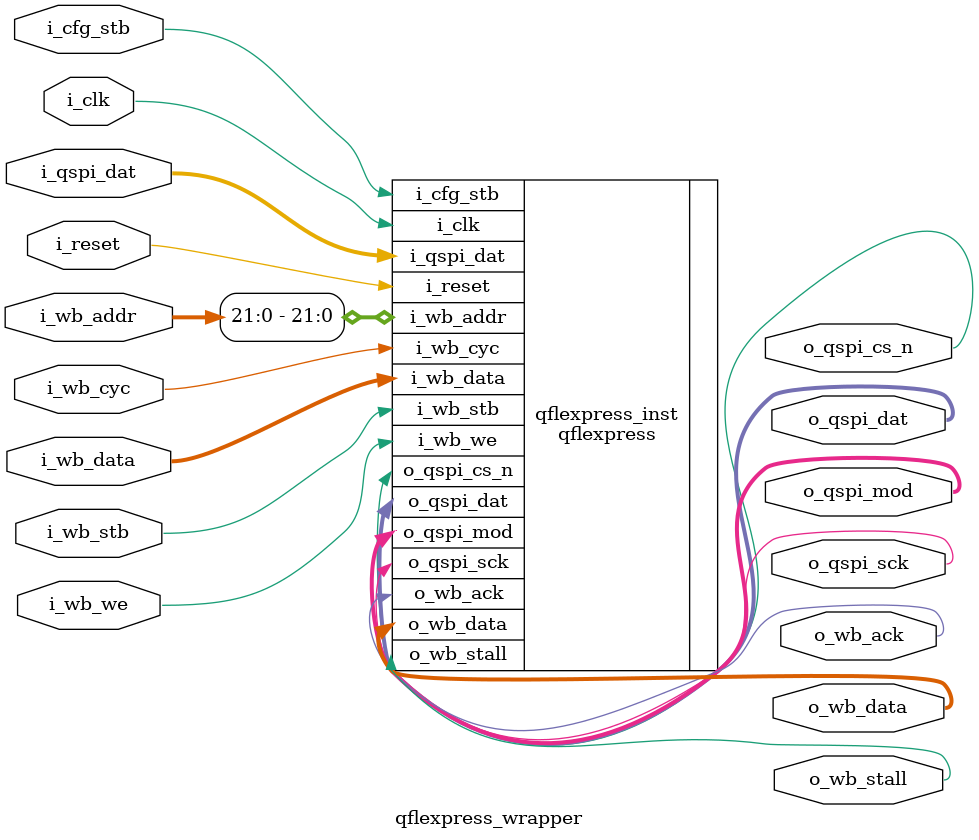
<source format=v>
module qflexpress_wrapper(
    i_clk, 
    i_reset,
    i_wb_cyc,
    i_wb_stb,
    i_cfg_stb,
    i_wb_we,
    i_wb_addr,
    i_wb_data,
    o_wb_stall,
    o_wb_ack,
    o_wb_data,
    o_qspi_sck,
    o_qspi_cs_n,
    o_qspi_mod,
    o_qspi_dat,
    i_qspi_dat
);

input i_clk; // clock input 
input i_reset;
input i_wb_cyc;
input i_wb_stb;
input i_cfg_stb;
input i_wb_we;
input [22:0] i_wb_addr;
input [31:0] i_wb_data;
output o_wb_stall;
output o_wb_ack;
output [31:0] o_wb_data;
output o_qspi_sck;
output o_qspi_cs_n;
output [1:0] o_qspi_mod;
output [3:0] o_qspi_dat;
input  [3:0] i_qspi_dat;

// qflexpress #( .LGFLASHSZ(25) ) qflexpress_inst (
qflexpress #() qflexpress_inst (
    .i_clk(i_clk),
    .i_reset(i_reset),
    .i_wb_cyc(i_wb_cyc),
    .i_wb_stb(i_wb_stb),
    .i_cfg_stb(i_cfg_stb),
    .i_wb_we(i_wb_we),
    .i_wb_addr(i_wb_addr[21:0]),
    .i_wb_data(i_wb_data),
    .o_wb_stall(o_wb_stall),
    .o_wb_ack(o_wb_ack),
    .o_wb_data(o_wb_data),
    .o_qspi_sck(o_qspi_sck),
    .o_qspi_cs_n(o_qspi_cs_n),
    .o_qspi_mod(o_qspi_mod),
    .o_qspi_dat(o_qspi_dat),
    .i_qspi_dat(i_qspi_dat)
);

endmodule 
</source>
